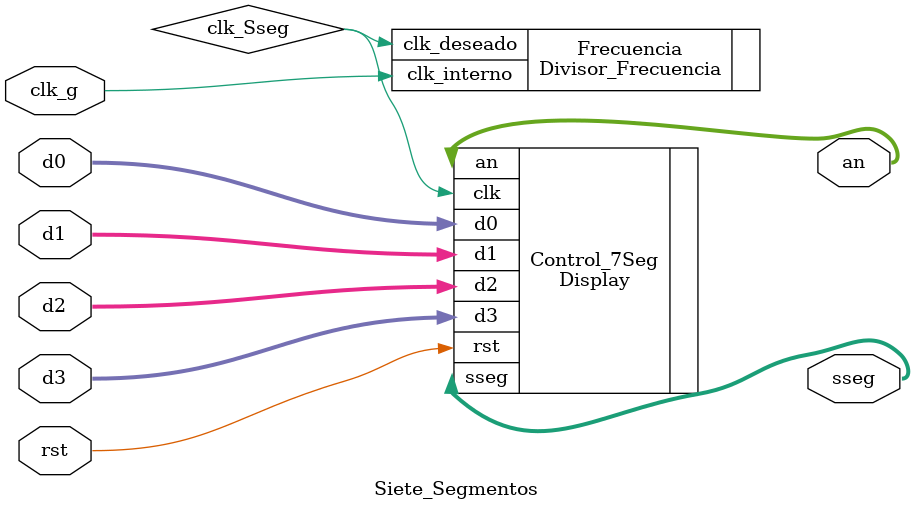
<source format=v>
`timescale 1ns / 1ps

module Siete_Segmentos(
	input wire clk_g, rst,
	input wire [3:0] d0,d1,d2,d3,
	output wire [6:0] sseg,
	output wire [3:0] an
    );
	 
wire clk_Sseg;


Divisor_Frecuencia Frecuencia (
    .clk_interno(clk_g), 
    .clk_deseado(clk_Sseg)
    );
	 
Display Control_7Seg (
    .d0(d0), 
    .d1(d1), 
    .d2(d2), 
    .d3(d3), 
    .clk(clk_Sseg), 
    .rst(rst), 
    .sseg(sseg), 
    .an(an)
    ); 
endmodule

</source>
